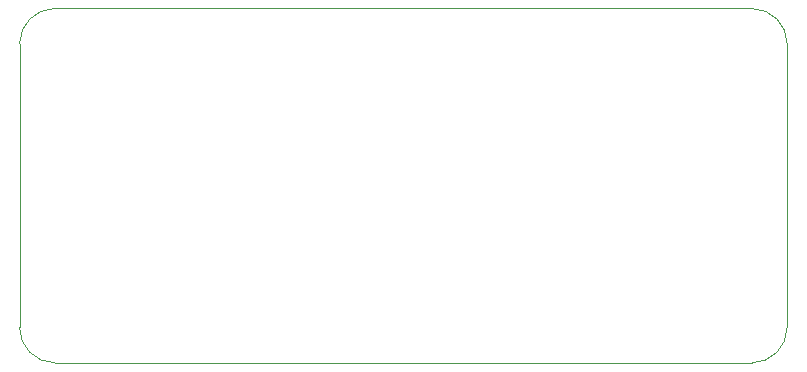
<source format=gbr>
%TF.GenerationSoftware,KiCad,Pcbnew,8.0.4*%
%TF.CreationDate,2024-09-21T11:57:22+02:00*%
%TF.ProjectId,soleil_powerpack,736f6c65-696c-45f7-906f-776572706163,rev?*%
%TF.SameCoordinates,Original*%
%TF.FileFunction,Profile,NP*%
%FSLAX46Y46*%
G04 Gerber Fmt 4.6, Leading zero omitted, Abs format (unit mm)*
G04 Created by KiCad (PCBNEW 8.0.4) date 2024-09-21 11:57:22*
%MOMM*%
%LPD*%
G01*
G04 APERTURE LIST*
%TA.AperFunction,Profile*%
%ADD10C,0.050000*%
%TD*%
G04 APERTURE END LIST*
D10*
X179500000Y-50000000D02*
G75*
G02*
X182500000Y-53000000I0J-3000000D01*
G01*
X120500000Y-80000000D02*
G75*
G02*
X117500000Y-77000000I0J3000000D01*
G01*
X182500000Y-77000000D02*
G75*
G02*
X179500000Y-80000000I-3000000J0D01*
G01*
X117500000Y-77000000D02*
X117500000Y-53000000D01*
X179500000Y-80000000D02*
X120500000Y-80000000D01*
X182500000Y-53000000D02*
X182500000Y-77000000D01*
X120500000Y-50000000D02*
X179500000Y-50000000D01*
X117500000Y-53000000D02*
G75*
G02*
X120500000Y-50000000I3000000J0D01*
G01*
M02*

</source>
